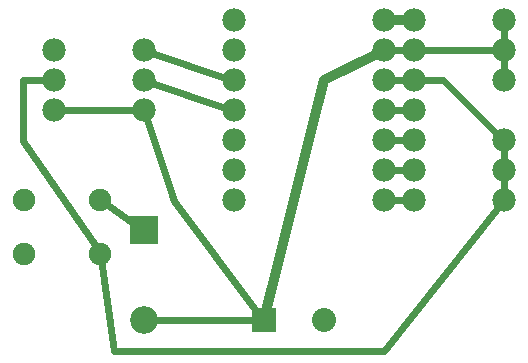
<source format=gtl>
G04 MADE WITH FRITZING*
G04 WWW.FRITZING.ORG*
G04 DOUBLE SIDED*
G04 HOLES PLATED*
G04 CONTOUR ON CENTER OF CONTOUR VECTOR*
%ASAXBY*%
%FSLAX23Y23*%
%MOIN*%
%OFA0B0*%
%SFA1.0B1.0*%
%ADD10C,0.075000*%
%ADD11C,0.092000*%
%ADD12C,0.080000*%
%ADD13C,0.078000*%
%ADD14R,0.092000X0.092000*%
%ADD15R,0.080000X0.079986*%
%ADD16C,0.024000*%
%ADD17C,0.032000*%
%LNCOPPER1*%
G90*
G70*
G54D10*
X359Y399D03*
X104Y399D03*
X359Y577D03*
X104Y577D03*
G54D11*
X504Y477D03*
X504Y177D03*
G54D12*
X904Y177D03*
X1104Y177D03*
G54D13*
X1404Y577D03*
X1404Y677D03*
X1404Y777D03*
X1404Y877D03*
X1404Y977D03*
X1404Y1077D03*
X1404Y1177D03*
X1704Y977D03*
X1704Y1077D03*
X1704Y1177D03*
X204Y877D03*
X204Y977D03*
X204Y1077D03*
X804Y577D03*
X804Y677D03*
X804Y777D03*
X804Y877D03*
X804Y977D03*
X804Y1077D03*
X804Y1177D03*
X1304Y577D03*
X1304Y677D03*
X1304Y777D03*
X1304Y877D03*
X1304Y977D03*
X1304Y1077D03*
X1304Y1177D03*
X504Y877D03*
X504Y977D03*
X504Y1077D03*
X1704Y577D03*
X1704Y677D03*
X1704Y777D03*
G54D14*
X504Y477D03*
G54D15*
X904Y177D03*
G54D16*
X1704Y996D02*
X1704Y1058D01*
D02*
X1704Y1096D02*
X1704Y1158D01*
D02*
X482Y491D02*
X374Y567D01*
D02*
X884Y177D02*
X530Y177D01*
D02*
X1685Y1077D02*
X1423Y1077D01*
D02*
X786Y883D02*
X522Y971D01*
D02*
X786Y983D02*
X522Y1071D01*
D02*
X485Y877D02*
X223Y877D01*
D02*
X892Y193D02*
X604Y575D01*
D02*
X604Y575D02*
X510Y859D01*
D02*
X1385Y1077D02*
X1323Y1077D01*
G54D17*
D02*
X908Y196D02*
X1104Y977D01*
D02*
X1104Y977D02*
X1287Y1068D01*
G54D16*
D02*
X1385Y977D02*
X1323Y977D01*
G54D17*
D02*
X1385Y1177D02*
X1323Y1177D01*
G54D16*
D02*
X1502Y977D02*
X1423Y977D01*
D02*
X1690Y790D02*
X1502Y977D01*
D02*
X102Y776D02*
X102Y977D01*
D02*
X102Y977D02*
X185Y977D01*
D02*
X350Y414D02*
X102Y776D01*
D02*
X1304Y76D02*
X403Y76D01*
D02*
X403Y76D02*
X362Y382D01*
D02*
X1692Y562D02*
X1304Y76D01*
D02*
X1704Y696D02*
X1704Y758D01*
D02*
X1704Y596D02*
X1704Y658D01*
D02*
X1385Y877D02*
X1323Y877D01*
D02*
X1385Y777D02*
X1323Y777D01*
D02*
X1385Y677D02*
X1323Y677D01*
D02*
X1385Y577D02*
X1323Y577D01*
G04 End of Copper1*
M02*
</source>
